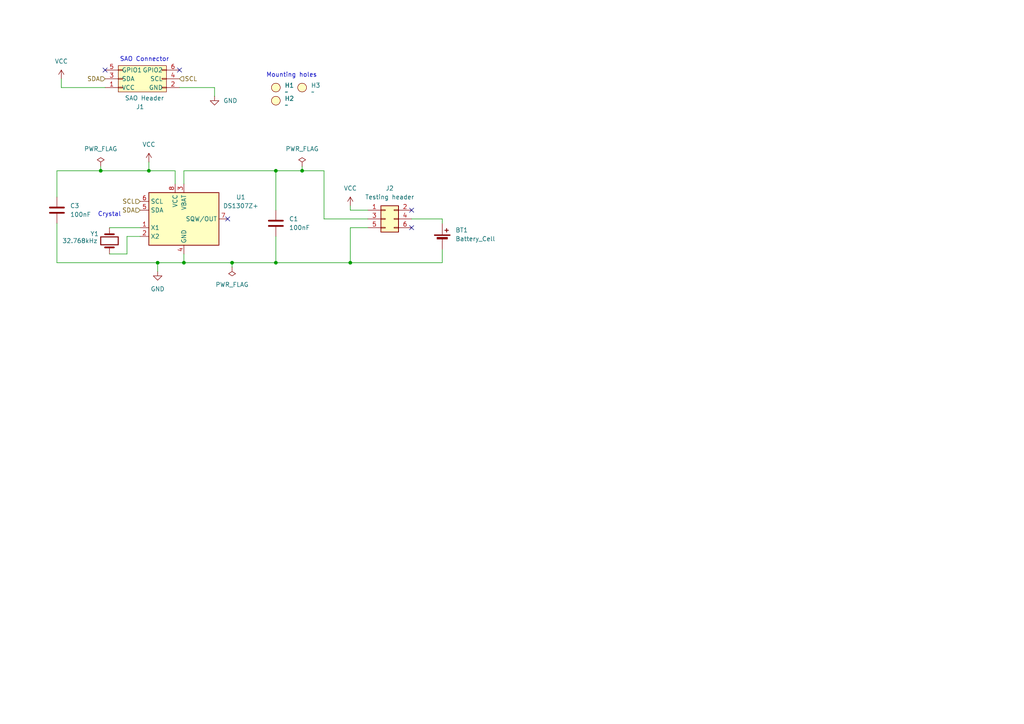
<source format=kicad_sch>
(kicad_sch (version 20231120) (generator "eeschema") (generator_version "8.0")
  (paper "A4")
  (lib_symbols
    (symbol "Connector_Generic:Conn_02x03_Odd_Even" (pin_names (offset 1.016) hide)
      (property "Reference" "J" (at 1.27 5.08 0))
      (property "Value" "Conn_02x03_Odd_Even" (at 1.27 -5.08 0))
      (symbol "Conn_02x03_Odd_Even_1_1"
        (rectangle (start -1.27 -2.413) (end 0 -2.667) (stroke (width 0.1524)))
        (rectangle (start -1.27 0.127) (end 0 -0.127) (stroke (width 0.1524)))
        (rectangle (start -1.27 2.667) (end 0 2.413) (stroke (width 0.1524)))
        (rectangle (start -1.27 3.81) (end 3.81 -3.81) (stroke (width 0.254)) (fill (type background)))
        (rectangle (start 3.81 -2.413) (end 2.54 -2.667) (stroke (width 0.1524)))
        (rectangle (start 3.81 0.127) (end 2.54 -0.127) (stroke (width 0.1524)))
        (rectangle (start 3.81 2.667) (end 2.54 2.413) (stroke (width 0.1524)))
        (pin passive line (at -5.08 2.54 0) (length 3.81) (name "Pin_1") (number "1"))
        (pin passive line (at 7.62 2.54 180) (length 3.81) (name "Pin_2") (number "2"))
        (pin passive line (at -5.08 0 0) (length 3.81) (name "Pin_3") (number "3"))
        (pin passive line (at 7.62 0 180) (length 3.81) (name "Pin_4") (number "4"))
        (pin passive line (at -5.08 -2.54 0) (length 3.81) (name "Pin_5") (number "5"))
        (pin passive line (at 7.62 -2.54 180) (length 3.81) (name "Pin_6") (number "6"))
      )
    )
    (symbol "Device:Battery_Cell" (pin_numbers hide) (pin_names (offset 0) hide)
      (property "Reference" "BT" (at 2.54 2.54 0))
      (property "Value" "Battery_Cell" (at 2.54 0 0))
      (symbol "Battery_Cell_0_1"
        (rectangle (start -2.286 1.778) (end 2.286 1.524) (fill (type outline)))
        (rectangle (start -1.524 1.016) (end 1.524 0.508) (fill (type outline)))
        (polyline (pts (xy 0 0.762) (xy 0 0)))
        (polyline (pts (xy 0 1.778) (xy 0 2.54)))
        (polyline (pts (xy 0.762 3.048) (xy 1.778 3.048)) (stroke (width 0.254)))
        (polyline (pts (xy 1.27 3.556) (xy 1.27 2.54)) (stroke (width 0.254)))
      )
      (symbol "Battery_Cell_1_1"
        (pin passive line (at 0 5.08 270) (length 2.54) (name "+") (number "1"))
        (pin passive line (at 0 -2.54 90) (length 2.54) (name "-") (number "2"))
      )
    )
    (symbol "Device:Crystal" (pin_numbers hide) (pin_names (offset 1.016) hide)
      (property "Reference" "Y" (at 0 3.81 0))
      (property "Value" "Crystal" (at 0 -3.81 0))
      (symbol "Crystal_0_1"
        (rectangle (start -1.143 2.54) (end 1.143 -2.54) (stroke (width 0.3048)))
        (polyline (pts (xy -2.54 0) (xy -1.905 0)))
        (polyline (pts (xy -1.905 -1.27) (xy -1.905 1.27)) (stroke (width 0.508)))
        (polyline (pts (xy 1.905 -1.27) (xy 1.905 1.27)) (stroke (width 0.508)))
        (polyline (pts (xy 2.54 0) (xy 1.905 0)))
      )
      (symbol "Crystal_1_1"
        (pin passive line (at -3.81 0 0) (length 1.27) (name "1") (number "1"))
        (pin passive line (at 3.81 0 180) (length 1.27) (name "2") (number "2"))
      )
    )
    (symbol "Timer_RTC:DS1307Z+"
      (property "Reference" "U" (at -8.89 8.89 0))
      (property "Value" "DS1307Z+" (at 1.27 8.89 0))
      (symbol "DS1307Z+_0_1"
        (rectangle (start -10.16 7.62) (end 10.16 -7.62) (stroke (width 0.254)) (fill (type background)))
      )
      (symbol "DS1307Z+_1_1"
        (pin input line (at -12.7 -2.54 0) (length 2.54) (name "X1") (number "1"))
        (pin input line (at -12.7 -5.08 0) (length 2.54) (name "X2") (number "2"))
        (pin power_in line (at 0 10.16 270) (length 2.54) (name "VBAT") (number "3"))
        (pin power_in line (at 0 -10.16 90) (length 2.54) (name "GND") (number "4"))
        (pin bidirectional line (at -12.7 2.54 0) (length 2.54) (name "SDA") (number "5"))
        (pin input line (at -12.7 5.08 0) (length 2.54) (name "SCL") (number "6"))
        (pin open_collector line (at 12.7 0 180) (length 2.54) (name "SQW/OUT") (number "7"))
        (pin power_in line (at -2.54 10.16 270) (length 2.54) (name "VCC") (number "8"))
      )
    )
    (symbol "power:GND" (power) (pin_numbers hide) (pin_names (offset 0) hide)
      (property "Value" "GND" (at 0 -3.81 0))
      (symbol "GND_0_1"
        (polyline (pts (xy 0 0) (xy 0 -1.27) (xy 1.27 -1.27) (xy 0 -2.54) (xy -1.27 -1.27) (xy 0 -1.27)))
      )
      (symbol "GND_1_1"
        (pin power_in line (at 0 0 270) (length 0) (name "~") (number "1"))
      )
    )
    (symbol "power:PWR_FLAG" (power) (pin_numbers hide) (pin_names (offset 0) hide)
      (property "Value" "PWR_FLAG" (at 0 3.81 0))
      (symbol "PWR_FLAG_0_0"
        (pin power_out line (at 0 0 90) (length 0) (name "~") (number "1"))
      )
      (symbol "PWR_FLAG_0_1"
        (polyline (pts (xy 0 0) (xy 0 1.27) (xy -1.016 1.905) (xy 0 2.54) (xy 1.016 1.905) (xy 0 1.27)))
      )
    )
    (symbol "power:VCC" (power) (pin_numbers hide) (pin_names (offset 0) hide)
      (property "Value" "VCC" (at 0 3.556 0))
      (symbol "VCC_0_1"
        (polyline (pts (xy -0.762 1.27) (xy 0 2.54)))
        (polyline (pts (xy 0 0) (xy 0 2.54)))
        (polyline (pts (xy 0 2.54) (xy 0.762 1.27)))
      )
      (symbol "VCC_1_1"
        (pin power_in line (at 0 0 90) (length 0) (name "~") (number "1"))
      )
    )
    (symbol "sao:C" (pin_numbers hide) (pin_names (offset 0.254))
      (property "Reference" "C" (at 0.635 2.54 0))
      (property "Value" "100nF" (at 0.635 -2.54 0))
      (symbol "C_0_1"
        (polyline (pts (xy -2.032 -0.762) (xy 2.032 -0.762)) (stroke (width 0.508)))
        (polyline (pts (xy -2.032 0.762) (xy 2.032 0.762)) (stroke (width 0.508)))
      )
      (symbol "C_1_1"
        (pin passive line (at 0 3.81 270) (length 2.794) (name "~") (number "1"))
        (pin passive line (at 0 -3.81 90) (length 2.794) (name "~") (number "2"))
      )
    )
    (symbol "sao:Conn_02x03_Odd_Even" (pin_names (offset 1.016))
      (property "Reference" "J" (at 1.27 5.08 0))
      (property "Value" "Conn_02x03_Odd_Even" (at 1.27 -5.08 0))
      (symbol "Conn_02x03_Odd_Even_1_1"
        (rectangle (start -1.27 -2.413) (end 0 -2.667) (stroke (width 0.1524)))
        (rectangle (start -1.27 0.127) (end 0 -0.127) (stroke (width 0.1524)))
        (rectangle (start -1.27 2.667) (end 0 2.413) (stroke (width 0.1524)))
        (rectangle (start -1.27 3.81) (end 12.7 -3.81) (fill (type background)))
        (rectangle (start 12.7 -2.413) (end 11.43 -2.667) (stroke (width 0.1524)))
        (rectangle (start 12.7 0.127) (end 11.43 -0.127) (stroke (width 0.1524)))
        (rectangle (start 12.7 2.667) (end 11.43 2.413) (stroke (width 0.1524)))
        (pin passive line (at -5.08 2.54 0) (length 3.81) (name "VCC") (number "1"))
        (pin passive line (at 16.51 2.54 180) (length 3.81) (name "GND") (number "2"))
        (pin passive line (at -5.08 0 0) (length 3.81) (name "SDA") (number "3"))
        (pin passive line (at 16.51 0 180) (length 3.81) (name "SCL") (number "4"))
        (pin passive line (at -5.08 -2.54 0) (length 3.81) (name "GPIO1") (number "5"))
        (pin passive line (at 16.51 -2.54 180) (length 3.81) (name "GPIO2") (number "6"))
      )
    )
    (symbol "sao:Tooling_Hole" (exclude_from_sim yes) (in_bom no)
      (property "Reference" "H" (at 0 0 0))
      (symbol "Tooling_Hole_1_1"
        (circle (center 0 0) (radius 1.27) (fill (type background)))
      )
    )
  )
  (junction (at 101.6 76.2))
  (junction (at 45.72 76.2))
  (junction (at 67.31 76.2))
  (junction (at 87.63 49.53))
  (junction (at 53.34 76.2))
  (junction (at 29.21 49.53))
  (junction (at 43.18 49.53))
  (junction (at 80.01 49.53))
  (junction (at 80.01 76.2))
  (no_connect (at 119.38 66.04))
  (no_connect (at 119.38 60.96))
  (no_connect (at 30.48 20.32))
  (no_connect (at 66.04 63.5))
  (no_connect (at 52.07 20.32))
  (wire (pts (xy 17.78 25.4) (xy 17.78 22.86)))
  (wire (pts (xy 62.23 25.4) (xy 52.07 25.4)))
  (wire (pts (xy 80.01 68.58) (xy 80.01 76.2)))
  (wire (pts (xy 101.6 60.96) (xy 101.6 59.69)))
  (wire (pts (xy 31.75 73.66) (xy 36.83 73.66)))
  (wire (pts (xy 16.51 76.2) (xy 45.72 76.2)))
  (wire (pts (xy 67.31 77.47) (xy 67.31 76.2)))
  (wire (pts (xy 29.21 49.53) (xy 43.18 49.53)))
  (wire (pts (xy 101.6 66.04) (xy 101.6 76.2)))
  (wire (pts (xy 101.6 66.04) (xy 106.68 66.04)))
  (wire (pts (xy 67.31 76.2) (xy 53.34 76.2)))
  (wire (pts (xy 43.18 46.99) (xy 43.18 49.53)))
  (wire (pts (xy 101.6 76.2) (xy 80.01 76.2)))
  (wire (pts (xy 53.34 76.2) (xy 53.34 73.66)))
  (wire (pts (xy 62.23 27.94) (xy 62.23 25.4)))
  (wire (pts (xy 53.34 49.53) (xy 53.34 53.34)))
  (wire (pts (xy 30.48 25.4) (xy 17.78 25.4)))
  (wire (pts (xy 50.8 49.53) (xy 50.8 53.34)))
  (wire (pts (xy 40.64 68.58) (xy 36.83 68.58)))
  (wire (pts (xy 87.63 49.53) (xy 93.98 49.53)))
  (wire (pts (xy 80.01 49.53) (xy 87.63 49.53)))
  (wire (pts (xy 128.27 63.5) (xy 119.38 63.5)))
  (wire (pts (xy 128.27 72.39) (xy 128.27 76.2)))
  (wire (pts (xy 53.34 49.53) (xy 80.01 49.53)))
  (wire (pts (xy 29.21 48.26) (xy 29.21 49.53)))
  (wire (pts (xy 45.72 78.74) (xy 45.72 76.2)))
  (wire (pts (xy 93.98 63.5) (xy 106.68 63.5)))
  (wire (pts (xy 101.6 76.2) (xy 128.27 76.2)))
  (wire (pts (xy 16.51 64.77) (xy 16.51 76.2)))
  (wire (pts (xy 16.51 57.15) (xy 16.51 49.53)))
  (wire (pts (xy 93.98 63.5) (xy 93.98 49.53)))
  (wire (pts (xy 80.01 76.2) (xy 67.31 76.2)))
  (wire (pts (xy 80.01 49.53) (xy 80.01 60.96)))
  (wire (pts (xy 106.68 60.96) (xy 101.6 60.96)))
  (wire (pts (xy 31.75 66.04) (xy 40.64 66.04)))
  (wire (pts (xy 16.51 49.53) (xy 29.21 49.53)))
  (wire (pts (xy 128.27 64.77) (xy 128.27 63.5)))
  (wire (pts (xy 53.34 76.2) (xy 45.72 76.2)))
  (wire (pts (xy 87.63 48.26) (xy 87.63 49.53)))
  (wire (pts (xy 50.8 49.53) (xy 43.18 49.53)))
  (wire (pts (xy 36.83 68.58) (xy 36.83 73.66)))
  (text "Crystal\n" (at 31.75 62.23 0) (effects (font (size 1.27 1.27))))
  (text "SAO Connector\n" (at 41.91 17.272 0) (effects (font (size 1.27 1.27))))
  (text "Mounting holes" (at 84.582 21.844 0) (effects (font (size 1.27 1.27))))
  (hierarchical_label "SCL" (shape input) (at 40.64 58.42 180))
  (hierarchical_label "SDA" (shape input) (at 30.48 22.86 180))
  (hierarchical_label "SCL" (shape input) (at 52.07 22.86 0))
  (hierarchical_label "SDA" (shape input) (at 40.64 60.96 180))
  (symbol (lib_id "power:PWR_FLAG") (at 87.63 48.26 0) (unit 1)
    (property "Reference" "#FLG01" (effects (hide yes)))
    (property "Value" "PWR_FLAG" (at 87.63 43.18 0))
    (property "Description" "Special symbol for telling ERC where power comes from" (effects (hide yes)))
  )
  (symbol (lib_id "power:GND") (at 45.72 78.74 0) (unit 1)
    (property "Reference" "#PWR03" (effects (hide yes)))
    (property "Value" "GND" (at 45.72 83.82 0))
    (property "Description" "Power symbol creates a global label with name \"GND\" , ground" (effects (hide yes)))
  )
  (symbol (lib_id "power:VCC") (at 101.6 59.69 0) (unit 1)
    (property "Reference" "#PWR05" (effects (hide yes)))
    (property "Value" "VCC" (at 101.6 54.61 0))
    (property "Description" "Power symbol creates a global label with name \"VCC\"" (effects (hide yes)))
  )
  (symbol (lib_id "Device:Crystal") (at 31.75 69.85 90) (unit 1)
    (property "Reference" "Y1" (at 26.162 67.818 90) (effects (justify right)))
    (property "Value" "32.768kHz" (at 18.034 69.85 90) (effects (justify right)))
    (property "Footprint" "Crystal:Crystal_SMD_3215-2Pin_3.2x1.5mm" (effects (hide yes)))
    (property "Datasheet" "https://www.lcsc.com/product-detail/Crystals_huaxindianzi-3K32-768EQ_C19723464.html" (effects (hide yes)))
    (property "Description" "Two pin crystal" (effects (hide yes)))
  )
  (symbol (lib_id "sao:C") (at 16.51 60.96 0) (unit 1)
    (property "Reference" "C3" (at 20.32 59.6899 0) (effects (justify left)))
    (property "Value" "100nF" (at 20.32 62.2299 0) (effects (justify left)))
    (property "Footprint" "Capacitor_SMD:C_0603_1608Metric" (effects (hide yes)))
    (property "Datasheet" "https://datasheet.lcsc.com/lcsc/2304140030_YAGEO-CC0603JRX7R9BB104_C91183.pdf" (effects (hide yes)))
    (property "Description" "Unpolarized capacitor" (effects (hide yes)))
    (property "LCSC" "C91183" (effects (hide yes)))
  )
  (symbol (lib_id "sao:Tooling_Hole") (at 80.01 29.21 0) (unit 1) (exclude_from_sim yes) (in_bom no)
    (property "Reference" "H2" (at 82.55 28.5749 0) (effects (justify left)))
    (property "Value" "~" (at 82.55 30.48 0) (effects (justify left)))
    (property "Footprint" "sao:tooling_hole" (effects (hide yes)))
  )
  (symbol (lib_id "power:PWR_FLAG") (at 67.31 77.47 180) (unit 1)
    (property "Reference" "#FLG02" (effects (hide yes)))
    (property "Value" "PWR_FLAG" (at 67.31 82.55 0))
    (property "Description" "Special symbol for telling ERC where power comes from" (effects (hide yes)))
  )
  (symbol (lib_id "power:GND") (at 62.23 27.94 0) (unit 1)
    (property "Reference" "#PWR02" (effects (hide yes)))
    (property "Value" "GND" (at 64.77 29.2099 0) (effects (justify left)))
    (property "Description" "Power symbol creates a global label with name \"GND\" , ground" (effects (hide yes)))
  )
  (symbol (lib_id "Timer_RTC:DS1307Z+") (at 53.34 63.5 0) (unit 1)
    (property "Reference" "U1" (at 69.85 57.1814 0))
    (property "Value" "DS1307Z+" (at 69.85 59.7214 0))
    (property "Footprint" "Package_SO:SOIC-8_3.9x4.9mm_P1.27mm" (effects (hide yes)))
    (property "Datasheet" "https://datasheets.maximintegrated.com/en/ds/DS1307.pdf" (effects (hide yes)))
    (property "Description" "64 x 8, Serial, I2C Real-time clock, 4.5V to 5.5V VCC, 0°C to +70°C, SOIC-8" (effects (hide yes)))
  )
  (symbol (lib_id "power:PWR_FLAG") (at 29.21 48.26 0) (unit 1)
    (property "Reference" "#FLG03" (effects (hide yes)))
    (property "Value" "PWR_FLAG" (at 29.21 43.18 0))
    (property "Description" "Special symbol for telling ERC where power comes from" (effects (hide yes)))
  )
  (symbol (lib_id "Connector_Generic:Conn_02x03_Odd_Even") (at 111.76 63.5 0) (unit 1)
    (property "Reference" "J2" (at 113.03 54.61 0))
    (property "Value" "Testing header" (at 113.03 57.15 0))
    (property "Footprint" "Connector_PinHeader_2.54mm:PinHeader_2x03_P2.54mm_Vertical" (effects (hide yes)))
    (property "Description" "Generic connector, double row, 02x03, odd/even pin numbering scheme (row 1 odd numbers, row 2 even numbers), script generated (kicad-library-utils/schlib/autogen/connector/)" (effects (hide yes)))
  )
  (symbol (lib_id "sao:Tooling_Hole") (at 80.01 25.4 0) (unit 1) (exclude_from_sim yes) (in_bom no)
    (property "Reference" "H1" (at 82.55 24.7649 0) (effects (justify left)))
    (property "Value" "~" (at 82.55 26.67 0) (effects (justify left)))
    (property "Footprint" "sao:tooling_hole" (effects (hide yes)))
  )
  (symbol (lib_id "Device:Battery_Cell") (at 128.27 69.85 0) (unit 1)
    (property "Reference" "BT1" (at 132.08 66.7384 0) (effects (justify left)))
    (property "Value" "Battery_Cell" (at 132.08 69.2784 0) (effects (justify left)))
    (property "Footprint" "sao:BS-02-A1AK010" (effects (hide yes)))
    (property "Description" "Single-cell battery" (effects (hide yes)))
  )
  (symbol (lib_id "sao:Conn_02x03_Odd_Even") (at 35.56 22.86 0) (mirror x) (unit 1)
    (property "Reference" "J1" (at 40.64 30.988 0))
    (property "Value" "SAO Header" (at 41.91 28.448 0))
    (property "Footprint" "Connector_PinHeader_2.54mm:PinHeader_2x03_P2.54mm_Vertical" (effects (hide yes)))
    (property "Datasheet" "https://datasheet.lcsc.com/lcsc/2003191006_XFCN-PZ254V-12-6P_C492420.pdf" (effects (hide yes)))
    (property "Description" "Generic connector, double row, 02x03, odd/even pin numbering scheme (row 1 odd numbers, row 2 even numbers), script generated (kicad-library-utils/schlib/autogen/connector/)" (effects (hide yes)))
    (property "LCSC" "C492420" (effects (hide yes)))
  )
  (symbol (lib_id "power:VCC") (at 43.18 46.99 0) (unit 1)
    (property "Reference" "#PWR04" (effects (hide yes)))
    (property "Value" "VCC" (at 43.18 41.91 0))
    (property "Description" "Power symbol creates a global label with name \"VCC\"" (effects (hide yes)))
  )
  (symbol (lib_id "power:VCC") (at 17.78 22.86 0) (unit 1)
    (property "Reference" "#PWR01" (effects (hide yes)))
    (property "Value" "VCC" (at 17.78 17.78 0))
    (property "Description" "Power symbol creates a global label with name \"VCC\"" (effects (hide yes)))
  )
  (symbol (lib_id "sao:Tooling_Hole") (at 87.63 25.4 0) (unit 1) (exclude_from_sim yes) (in_bom no)
    (property "Reference" "H3" (at 90.17 24.7649 0) (effects (justify left)))
    (property "Value" "~" (at 90.17 26.67 0) (effects (justify left)))
    (property "Footprint" "sao:tooling_hole" (effects (hide yes)))
  )
  (symbol (lib_id "sao:C") (at 80.01 64.77 0) (unit 1)
    (property "Reference" "C1" (at 83.82 63.4999 0) (effects (justify left)))
    (property "Value" "100nF" (at 83.82 66.0399 0) (effects (justify left)))
    (property "Footprint" "Capacitor_SMD:C_0603_1608Metric" (effects (hide yes)))
    (property "Datasheet" "https://datasheet.lcsc.com/lcsc/2304140030_YAGEO-CC0603JRX7R9BB104_C91183.pdf" (effects (hide yes)))
    (property "Description" "Unpolarized capacitor" (effects (hide yes)))
    (property "LCSC" "C91183" (effects (hide yes)))
  )
)
</source>
